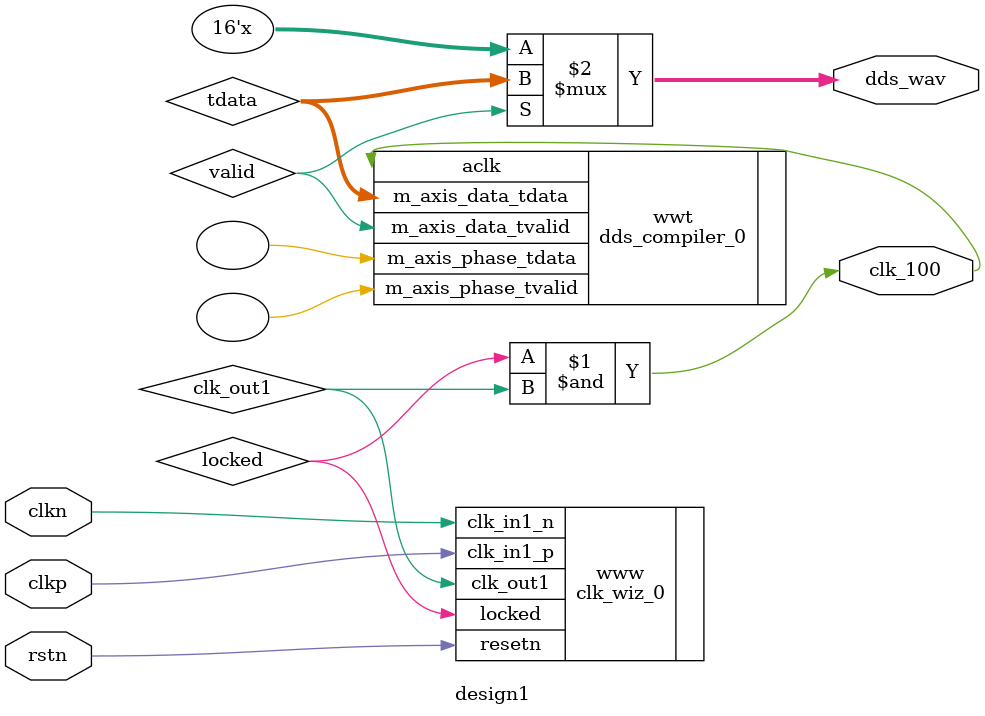
<source format=v>
`timescale 1ns / 1ps


module design1(
input clkn,
input clkp,
input rstn,
output clk_100,           
output [15:0] dds_wav);

wire clk_out1;
wire locked;

 clk_wiz_0 www
   (
    // Clock out ports
    .clk_out1(clk_out1),     // output clk_out1
    // Status and control signals
    .resetn(rstn), // input resetn
    .locked(locked),       // output locked
   // Clock in ports
    .clk_in1_p(clkp),    // input clk_in1_p
    .clk_in1_n(clkn));    // input clk_in1_n


assign clk_100 = locked&clk_out1;

wire valid;
wire [15:0] tdata;
dds_compiler_0 wwt (
  .aclk(clk_100),                                // input wire aclk
  .m_axis_data_tvalid(valid),    // output wire m_axis_data_tvalid
  .m_axis_data_tdata(tdata),      // output wire [15 : 0] m_axis_data_tdata
  .m_axis_phase_tvalid(),  // output wire m_axis_phase_tvalid
  .m_axis_phase_tdata()    // output wire [15 : 0] m_axis_phase_tdata
);
assign dds_wav = valid?tdata:16'bz;
endmodule

</source>
